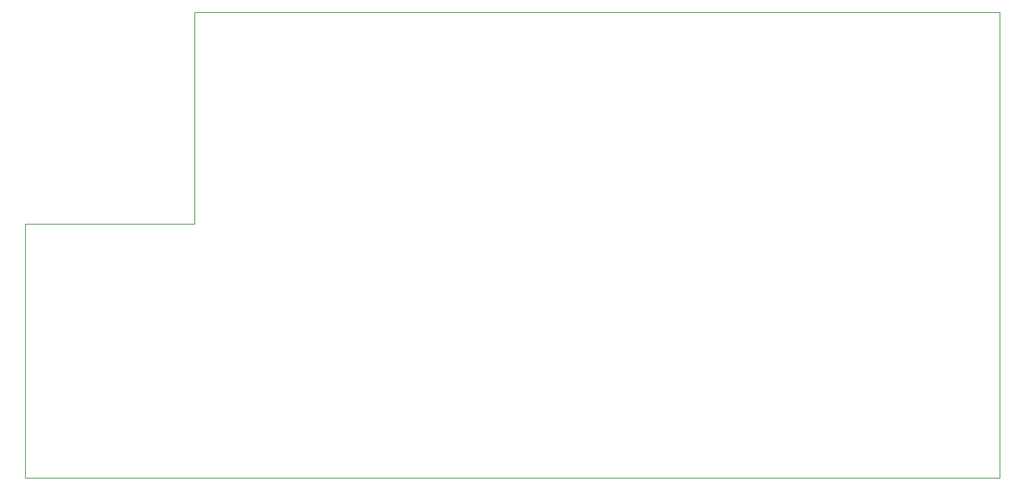
<source format=gbr>
G04 #@! TF.FileFunction,Profile,NP*
%FSLAX46Y46*%
G04 Gerber Fmt 4.6, Leading zero omitted, Abs format (unit mm)*
G04 Created by KiCad (PCBNEW 4.0.5) date 03/21/17 19:18:11*
%MOMM*%
%LPD*%
G01*
G04 APERTURE LIST*
%ADD10C,0.100000*%
G04 APERTURE END LIST*
D10*
X55000000Y-137000000D02*
X150000000Y-137000000D01*
X35000000Y-192000000D02*
X35000000Y-162000000D01*
X55000000Y-162000000D02*
X35000000Y-162000000D01*
X55000000Y-137000000D02*
X55000000Y-162000000D01*
X150000000Y-192000000D02*
X35000000Y-192000000D01*
X150000000Y-137000000D02*
X150000000Y-192000000D01*
M02*

</source>
